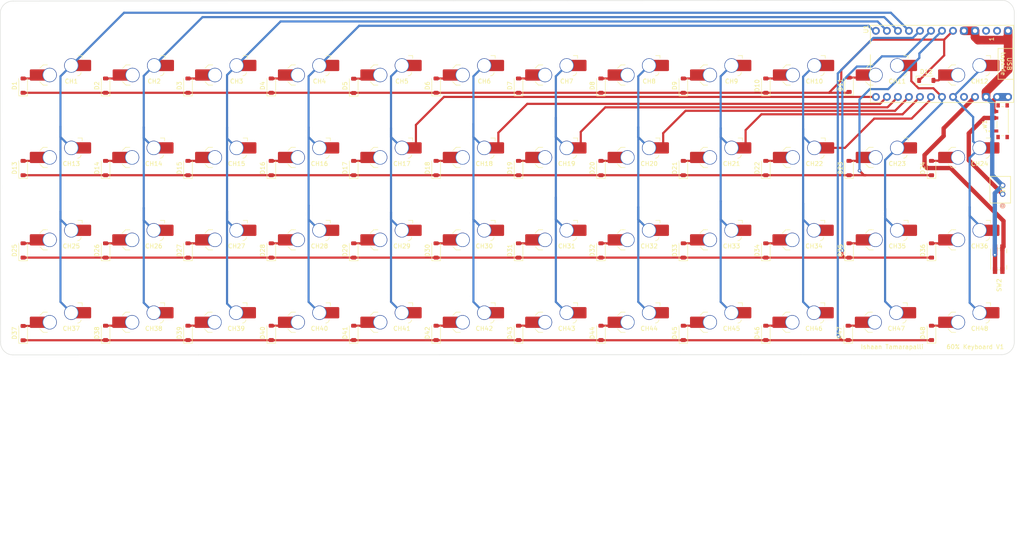
<source format=kicad_pcb>
(kicad_pcb (version 20221018) (generator pcbnew)
  (layers (0 "F.Cu" signal) (31 "B.Cu" signal) (34 "B.Paste" user) (35 "F.Paste" user) (36 "B.SilkS" user "B.Silkscreen") (37 "F.SilkS" user "F.Silkscreen") (38 "B.Mask" user) (39 "F.Mask" user) (44 "Edge.Cuts" user))
  (net 0 "")
  (net 4 "Net-(D1-A)")
  (net 5 "Net-(D2-A)")
  (net 6 "Net-(D3-A)")
  (net 7 "Net-(D4-A)")
  (net 8 "Net-(D5-A)")
  (net 9 "Net-(D6-A)")
  (net 10 "Net-(D7-A)")
  (net 11 "Net-(D8-A)")
  (net 12 "Net-(D9-A)")
  (net 13 "Net-(D10-A)")
  (net 14 "Net-(D11-A)")
  (net 15 "Net-(D12-A)")
  (net 16 "Net-(D13-A)")
  (net 17 "Net-(D14-A)")
  (net 18 "Net-(D15-A)")
  (net 19 "Net-(D16-A)")
  (net 20 "Net-(D17-A)")
  (net 21 "Net-(D18-A)")
  (net 22 "Net-(D19-A)")
  (net 23 "Net-(D20-A)")
  (net 24 "Net-(D21-A)")
  (net 25 "Net-(D22-A)")
  (net 26 "Net-(D23-A)")
  (net 27 "Net-(D24-A)")
  (net 28 "Net-(D25-A)")
  (net 29 "Net-(D26-A)")
  (net 30 "Net-(D27-A)")
  (net 31 "Net-(D28-A)")
  (net 32 "Net-(D29-A)")
  (net 33 "Net-(D30-A)")
  (net 34 "Net-(D31-A)")
  (net 35 "Net-(D32-A)")
  (net 36 "Net-(D33-A)")
  (net 37 "Net-(D34-A)")
  (net 38 "Net-(D35-A)")
  (net 39 "Net-(D36-A)")
  (net 40 "Net-(D37-A)")
  (net 41 "Net-(D38-A)")
  (net 42 "Net-(D39-A)")
  (net 43 "Net-(D40-A)")
  (net 44 "Net-(D41-A)")
  (net 45 "Net-(D42-A)")
  (net 46 "Net-(D43-A)")
  (net 47 "Net-(D44-A)")
  (net 48 "Net-(D45-A)")
  (net 49 "Net-(D46-A)")
  (net 50 "Net-(D47-A)")
  (net 51 "Net-(D48-A)")
  (net 52 "row1")
  (net 53 "row2")
  (net 54 "row3")
  (net 55 "col1")
  (net 56 "col2")
  (net 57 "col3")
  (net 58 "col4")
  (net 59 "col5")
  (net 60 "col6")
  (net 61 "col7")
  (net 62 "col8")
  (net 63 "col9")
  (net 64 "col10")
  (net 65 "col11")
  (net 66 "col12")
  (net 67 "row4")
  (net 68 "GND")
  (net 69 "RST")
  (net 70 "BAT+")
  (net 71 "RAW")
  (footprint "Diode_SMD:D_SOD-123" (layer "F.Cu") (at 119 128.4 90)
    (fp_text reference "D40")
    (fp_text value "D")
  )
  (footprint "PCM_marbastlib-choc:SW_choc_v1_HS_1u" (layer "F.Cu") (at 277.3 63)
    (fp_text reference "CH12")
    (fp_text value "choc_SW_solder" hide)
  )
  (footprint "PCM_marbastlib-choc:SW_choc_v1_HS_1u" (layer "F.Cu") (at 258.1 120)
    (fp_text reference "CH47")
    (fp_text value "choc_SW_solder" hide)
  )
  (footprint "PCM_marbastlib-choc:SW_choc_v1_HS_1u" (layer "F.Cu") (at 220.1 63)
    (fp_text reference "CH9")
    (fp_text value "choc_SW_solder" hide)
  )
  (footprint "Diode_SMD:D_SOD-123" (layer "F.Cu") (at 214 71.4 90)
    (fp_text reference "D9")
    (fp_text value "D")
  )
  (footprint "Diode_SMD:D_SOD-123" (layer "F.Cu") (at 61.8 109.4 90)
    (fp_text reference "D25")
    (fp_text value "D")
  )
  (footprint "Diode_SMD:D_SOD-123" (layer "F.Cu") (at 99.8 128.4 90)
    (fp_text reference "D39")
    (fp_text value "D")
  )
  (footprint "PCM_marbastlib-choc:SW_choc_v1_HS_1u" (layer "F.Cu") (at 201.1 101)
    (fp_text reference "CH32")
    (fp_text value "choc_SW_solder" hide)
  )
  (footprint "PCM_marbastlib-choc:SW_choc_v1_HS_1u" (layer "F.Cu") (at 220.1 101)
    (fp_text reference "CH33")
    (fp_text value "choc_SW_solder" hide)
  )
  (footprint "Diode_SMD:D_SOD-123" (layer "F.Cu") (at 119 109.4 90)
    (fp_text reference "D28")
    (fp_text value "D")
  )
  (footprint "PCM_marbastlib-choc:SW_choc_v1_HS_1u" (layer "F.Cu") (at 201.1 82)
    (fp_text reference "CH20")
    (fp_text value "choc_SW_solder" hide)
  )
  (footprint "Diode_SMD:D_SOD-123" (layer "F.Cu") (at 157 90.4 90)
    (fp_text reference "D18")
    (fp_text value "D")
  )
  (footprint "Diode_SMD:D_SOD-123" (layer "F.Cu") (at 80.8 71.4 90)
    (fp_text reference "D2")
    (fp_text value "D")
  )
  (footprint "Diode_SMD:D_SOD-123" (layer "F.Cu") (at 80.8 109.4 90)
    (fp_text reference "D26")
    (fp_text value "D")
  )
  (footprint "PCM_marbastlib-choc:SW_choc_v1_HS_1u" (layer "F.Cu") (at 239.2 63)
    (fp_text reference "CH10")
    (fp_text value "choc_SW_solder" hide)
  )
  (footprint "Button_Switch_SMD:Panasonic_EVQPUJ_EVQPUA" (layer "F.Cu") (at 286.700001 111.4 -90)
    (fp_text reference "SW2")
    (fp_text value "SW_Push")
  )
  (footprint "Diode_SMD:D_SOD-123" (layer "F.Cu") (at 119 90.4 90)
    (fp_text reference "D16")
    (fp_text value "D")
  )
  (footprint "PCM_marbastlib-choc:SW_choc_v1_HS_1u" (layer "F.Cu") (at 125.1 63)
    (fp_text reference "CH4")
    (fp_text value "choc_SW_solder" hide)
  )
  (footprint "Diode_SMD:D_SOD-123" (layer "F.Cu") (at 138 128.4 90)
    (fp_text reference "D41")
    (fp_text value "D")
  )
  (footprint "PCM_marbastlib-choc:SW_choc_v1_HS_1u" (layer "F.Cu") (at 220.1 82)
    (fp_text reference "CH21")
    (fp_text value "choc_SW_solder" hide)
  )
  (footprint "keyswitches.pretty-master:CONN2_B2B-PH-K-S_JST" (layer "F.Cu") (at 287.6 96.400001 -90)
    (fp_text reference "J1")
    (fp_text value "Conn_01x02_Socket")
  )
  (footprint "PCM_marbastlib-choc:SW_choc_v1_HS_1u" (layer "F.Cu") (at 182.1 63)
    (fp_text reference "CH7")
    (fp_text value "choc_SW_solder" hide)
  )
  (footprint "Diode_SMD:D_SOD-123" (layer "F.Cu") (at 195 90.4 90)
    (fp_text reference "D20")
    (fp_text value "D")
  )
  (footprint "PCM_marbastlib-choc:SW_choc_v1_HS_1u" (layer "F.Cu") (at 163.1 63)
    (fp_text reference "CH6")
    (fp_text value "choc_SW_solder" hide)
  )
  (footprint "Diode_SMD:D_SOD-123" (layer "F.Cu") (at 61.8 128.45 90)
    (fp_text reference "D37")
    (fp_text value "D")
  )
  (footprint "Diode_SMD:D_SOD-123" (layer "F.Cu") (at 157 109.4 90)
    (fp_text reference "D30")
    (fp_text value "D")
  )
  (footprint "Diode_SMD:D_SOD-123" (layer "F.Cu") (at 233 90.4 90)
    (fp_text reference "D22")
    (fp_text value "D")
  )
  (footprint "Diode_SMD:D_SOD-123" (layer "F.Cu") (at 252.2 109.4 90)
    (fp_text reference "D35")
    (fp_text value "D")
  )
  (footprint "Diode_SMD:D_SOD-123" (layer "F.Cu") (at 214 128.4 90)
    (fp_text reference "D45")
    (fp_text value "D")
  )
  (footprint "PCM_marbastlib-choc:SW_choc_v1_HS_1u" (layer "F.Cu") (at 86.9 120)
    (fp_text reference "CH38")
    (fp_text value "choc_SW_solder" hide)
  )
  (footprint "Diode_SMD:D_SOD-123" (layer "F.Cu") (at 233 128.4 90)
    (fp_text reference "D46")
    (fp_text value "D")
  )
  (footprint "PCM_marbastlib-choc:SW_choc_v1_HS_1u" (layer "F.Cu") (at 144.1 120)
    (fp_text reference "CH41")
    (fp_text value "choc_SW_solder" hide)
  )
  (footprint "Diode_SMD:D_SOD-123" (layer "F.Cu") (at 61.8 71.4 90)
    (fp_text reference "D1")
    (fp_text value "D")
  )
  (footprint "Diode_SMD:D_SOD-123" (layer "F.Cu") (at 80.8 128.4 90)
    (fp_text reference "D38")
    (fp_text value "D")
  )
  (footprint "Diode_SMD:D_SOD-123" (layer "F.Cu") (at 119 71.4 90)
    (fp_text reference "D4")
    (fp_text value "D")
  )
  (footprint "Diode_SMD:D_SOD-123" (layer "F.Cu") (at 61.8 90.4 90)
    (fp_text reference "D13")
    (fp_text value "D")
  )
  (footprint "PCM_marbastlib-choc:SW_choc_v1_HS_1u" (layer "F.Cu") (at 67.9 63)
    (fp_text reference "CH1")
    (fp_text value "choc_SW_solder" hide)
  )
  (footprint "Diode_SMD:D_SOD-123" (layer "F.Cu") (at 99.8 71.4 90)
    (fp_text reference "D3")
    (fp_text value "D")
  )
  (footprint "Diode_SMD:D_SOD-123" (layer "F.Cu") (at 138 109.4 90)
    (fp_text reference "D29")
    (fp_text value "D")
  )
  (footprint "Diode_SMD:D_SOD-123" (layer "F.Cu") (at 138 71.45 90)
    (fp_text reference "D5")
    (fp_text value "D")
  )
  (footprint "Diode_SMD:D_SOD-123" (layer "F.Cu") (at 252.2 71.2 90)
    (fp_text reference "D11")
    (fp_text value "D")
  )
  (footprint "PCM_marbastlib-choc:SW_choc_v1_HS_1u" (layer "F.Cu") (at 239.1 120)
    (fp_text reference "CH46")
    (fp_text value "choc_SW_solder" hide)
  )
  (footprint "Diode_SMD:D_SOD-123" (layer "F.Cu") (at 157 128.4 90)
    (fp_text reference "D42")
    (fp_text value "D")
  )
  (footprint "PCM_marbastlib-choc:SW_choc_v1_HS_1u" (layer "F.Cu") (at 106 101)
    (fp_text reference "CH27")
    (fp_text value "choc_SW_solder" hide)
  )
  (footprint "Diode_SMD:D_SOD-123" (layer "F.Cu") (at 176 71.4 90)
    (fp_text reference "D7")
    (fp_text value "D")
  )
  (footprint "Diode_SMD:D_SOD-123" (layer "F.Cu") (at 271.2 90.4 90)
    (fp_text reference "D24")
    (fp_text value "D")
  )
  (footprint "PCM_marbastlib-choc:SW_choc_v1_HS_1u" (layer "F.Cu") (at 277.3 120)
    (fp_text reference "CH48")
    (fp_text value "choc_SW_solder" hide)
  )
  (footprint "Diode_SMD:D_SOD-123" (layer "F.Cu") (at 233 71.4 90)
    (fp_text reference "D10")
    (fp_text value "D")
  )
  (footprint "Diode_SMD:D_SOD-123" (layer "F.Cu") (at 252 128.4 90)
    (fp_text reference "D47")
    (fp_text value "D")
  )
  (footprint "PCM_marbastlib-choc:SW_choc_v1_HS_1u" (layer "F.Cu") (at 163.1 101)
    (fp_text reference "CH30")
    (fp_text value "choc_SW_solder" hide)
  )
  (footprint "Diode_SMD:D_SOD-123" (layer "F.Cu") (at 233 109.4 90)
    (fp_text reference "D34")
    (fp_text value "D")
  )
  (footprint "Diode_SMD:D_SOD-123" (layer "F.Cu") (at 176 128.4 90)
    (fp_text reference "D43")
    (fp_text value "D")
  )
  (footprint "ECE_362:nice_nano_AH_USBup" (layer "F.Cu") (at 272.35 66.38 -90)
    (fp_text reference "U1")
    (fp_text value "nice_nano")
  )
  (footprint "Diode_SMD:D_SOD-123" (layer "F.Cu") (at 138 90.4 90)
    (fp_text reference "D17")
    (fp_text value "D")
  )
  (footprint "Diode_SMD:D_SOD-123" (layer "F.Cu") (at 80.8 90.4 90)
    (fp_text reference "D14")
    (fp_text value "D")
  )
  (footprint "Diode_SMD:D_SOD-123" (layer "F.Cu") (at 176 90.4 90)
    (fp_text reference "D19")
    (fp_text value "D")
  )
  (footprint "PCM_marbastlib-choc:SW_choc_v1_HS_1u" (layer "F.Cu") (at 67.9 101)
    (fp_text reference "CH25")
    (fp_text value "choc_SW_solder" hide)
  )
  (footprint "Diode_SMD:D_SOD-123" (layer "F.Cu") (at 99.8 109.4 90)
    (fp_text reference "D27")
    (fp_text value "D")
  )
  (footprint "PCM_marbastlib-choc:SW_choc_v1_HS_1u" (layer "F.Cu") (at 144.1 101)
    (fp_text reference "CH29")
    (fp_text value "choc_SW_solder" hide)
  )
  (footprint "PCM_marbastlib-choc:SW_choc_v1_HS_1u" (layer "F.Cu") (at 239.2 82)
    (fp_text reference "CH22")
    (fp_text value "choc_SW_solder" hide)
  )
  (footprint "PCM_marbastlib-choc:SW_choc_v1_HS_1u" (layer "F.Cu") (at 182.1 120)
    (fp_text reference "CH43")
    (fp_text value "choc_SW_solder" hide)
  )
  (footprint "Diode_SMD:D_SOD-123" (layer "F.Cu") (at 271.2 128.4 90)
    (fp_text reference "D48")
    (fp_text value "D")
  )
  (footprint "PCM_marbastlib-choc:SW_choc_v1_HS_1u" (layer "F.Cu") (at 182.1 101)
    (fp_text reference "CH31")
    (fp_text value "choc_SW_solder" hide)
  )
  (footprint "PCM_marbastlib-choc:SW_choc_v1_HS_1u" (layer "F.Cu") (at 144.1 82)
    (fp_text reference "CH17")
    (fp_text value "choc_SW_solder" hide)
  )
  (footprint "PCM_marbastlib-choc:SW_choc_v1_HS_1u" (layer "F.Cu") (at 277.3 101)
    (fp_text reference "CH36")
    (fp_text value "choc_SW_solder" hide)
  )
  (footprint "PCM_marbastlib-choc:SW_choc_v1_HS_1u" (layer "F.Cu") (at 125.1 82)
    (fp_text reference "CH16")
    (fp_text value "choc_SW_solder" hide)
  )
  (footprint "PCM_marbastlib-choc:SW_choc_v1_HS_1u" (layer "F.Cu") (at 67.9 120)
    (fp_text reference "CH37")
    (fp_text value "choc_SW_solder" hide)
  )
  (footprint "PCM_marbastlib-choc:SW_choc_v1_HS_1u" (layer "F.Cu") (at 67.9 82)
    (fp_text reference "CH13")
    (fp_text value "choc_SW_solder" hide)
  )
  (footprint "Diode_SMD:D_SOD-123" (layer "F.Cu") (at 157 71.4 90)
    (fp_text reference "D6")
    (fp_text value "D")
  )
  (footprint "PCM_marbastlib-choc:SW_choc_v1_HS_1u" (layer "F.Cu") (at 163.1 120)
    (fp_text reference "CH42")
    (fp_text value "choc_SW_solder" hide)
  )
  (footprint "PCM_marbastlib-choc:SW_choc_v1_HS_1u" (layer "F.Cu") (at 163.1 82)
    (fp_text reference "CH18")
    (fp_text value "choc_SW_solder" hide)
  )
  (footprint "Diode_SMD:D_SOD-123" (layer "F.Cu") (at 99.8 90.4 90)
    (fp_text reference "D15")
    (fp_text value "D")
  )
  (footprint "PCM_marbastlib-choc:SW_choc_v1_HS_1u" (layer "F.Cu") (at 105.9 120)
    (fp_text reference "CH39")
    (fp_text value "choc_SW_solder" hide)
  )
  (footprint "PCM_marbastlib-choc:SW_choc_v1_HS_1u" (layer "F.Cu") (at 201.1 120)
    (fp_text reference "CH44")
    (fp_text value "choc_SW_solder" hide)
  )
  (footprint "Diode_SMD:D_SOD-123" (layer "F.Cu") (at 214 109.4 90)
    (fp_text reference "D33")
    (fp_text value "D")
  )
  (footprint "Diode_SMD:D_SOD-123" (layer "F.Cu") (at 270 70.2)
    (fp_text reference "D12")
    (fp_text value "D")
  )
  (footprint "PCM_marbastlib-choc:SW_choc_v1_HS_1u" (layer "F.Cu") (at 106 63)
    (fp_text reference "CH3")
    (fp_text value "choc_SW_solder" hide)
  )
  (footprint "PCM_marbastlib-choc:SW_choc_v1_HS_1u" (layer "F.Cu") (at 125.1 101)
    (fp_text reference "CH28")
    (fp_text value "choc_SW_solder" hide)
  )
  (footprint "keyswitches.pretty-master:SW_EG1215AA" (layer "F.Cu") (at 287.6 79.6 90)
    (fp_text reference "SW1")
    (fp_text value "SW_SPDT")
  )
  (footprint "Diode_SMD:D_SOD-123" (layer "F.Cu") (at 214 90.4 90)
    (fp_text reference "D21")
    (fp_text value "D")
  )
  (footprint "PCM_marbastlib-choc:SW_choc_v1_HS_1u" (layer "F.Cu") (at 201.1 63)
    (fp_text reference "CH8")
    (fp_text value "choc_SW_solder" hide)
  )
  (footprint "PCM_marbastlib-choc:SW_choc_v1_HS_1u" (layer "F.Cu") (at 258.3 82)
    (fp_text reference "CH23")
    (fp_text value "choc_SW_solder" hide)
  )
  (footprint "PCM_marbastlib-choc:SW_choc_v1_HS_1u" (layer "F.Cu") (at 86.9 82)
    (fp_text reference "CH14")
    (fp_text value "choc_SW_solder" hide)
  )
  (footprint "PCM_marbastlib-choc:SW_choc_v1_HS_1u" (layer "F.Cu") (at 106 82)
    (fp_text reference "CH15")
    (fp_text value "choc_SW_solder" hide)
  )
  (footprint "PCM_marbastlib-choc:SW_choc_v1_HS_1u" (layer "F.Cu") (at 220.1 120)
    (fp_text reference "CH45")
    (fp_text value "choc_SW_solder" hide)
  )
  (footprint "PCM_marbastlib-choc:SW_choc_v1_HS_1u" (layer "F.Cu") (at 144.1 63)
    (fp_text reference "CH5")
    (fp_text value "choc_SW_solder" hide)
  )
  (footprint "Diode_SMD:D_SOD-123" (layer "F.Cu") (at 195 71.4 90)
    (fp_text reference "D8")
    (fp_text value "D")
  )
  (footprint "PCM_marbastlib-choc:SW_choc_v1_HS_1u" (layer "F.Cu") (at 258.3 101)
    (fp_text reference "CH35")
    (fp_text value "choc_SW_solder" hide)
  )
  (footprint "Diode_SMD:D_SOD-123" (layer "F.Cu") (at 176 109.4 90)
    (fp_text reference "D31")
    (fp_text value "D")
  )
  (footprint "PCM_marbastlib-choc:SW_choc_v1_HS_1u" (layer "F.Cu") (at 125.1 120)
    (fp_text reference "CH40")
    (fp_text value "choc_SW_solder" hide)
  )
  (footprint "PCM_marbastlib-choc:SW_choc_v1_HS_1u" (layer "F.Cu") (at 277.3 82)
    (fp_text reference "CH24")
    (fp_text value "choc_SW_solder" hide)
  )
  (footprint "PCM_marbastlib-choc:SW_choc_v1_HS_1u" (layer "F.Cu") (at 86.9 101)
    (fp_text reference "CH26")
    (fp_text value "choc_SW_solder" hide)
  )
  (footprint "PCM_marbastlib-choc:SW_choc_v1_HS_1u" (layer "F.Cu") (at 87 63)
    (fp_text reference "CH2")
    (fp_text value "choc_SW_solder" hide)
  )
  (footprint "Diode_SMD:D_SOD-123" (layer "F.Cu") (at 252.2 90.4 90)
    (fp_text reference "D23")
    (fp_text value "D")
  )
  (footprint "PCM_marbastlib-choc:SW_choc_v1_HS_1u" (layer "F.Cu") (at 239.1 101)
    (fp_text reference "CH34")
    (fp_text value "choc_SW_solder" hide)
  )
  (footprint "PCM_marbastlib-choc:SW_choc_v1_HS_1u" (layer "F.Cu") (at 258.3 63)
    (fp_text reference "CH11")
    (fp_text value "choc_SW_solder" hide)
  )
  (footprint "Diode_SMD:D_SOD-123" (layer "F.Cu") (at 271.2 109.4 90)
    (fp_text reference "D36")
    (fp_text value "D")
  )
  (footprint "PCM_marbastlib-choc:SW_choc_v1_HS_1u" (layer "F.Cu") (at 182.1 82)
    (fp_text reference "CH19")
    (fp_text value "choc_SW_solder" hide)
  )
  (footprint "Diode_SMD:D_SOD-123" (layer "F.Cu") (at 195 109.4 90)
    (fp_text reference "D32")
    (fp_text value "D")
  )
  (footprint "Diode_SMD:D_SOD-123" (layer "F.Cu") (at 195 128.4 90)
    (fp_text reference "D44")
    (fp_text value "D")
  )
  (gr_arc (start 59.475909 133.478245) (mid 57.400001 132.600001) (end 56.584685 130.49858) (stroke (width 0.1)) (layer "Edge.Cuts"))
  (gr_line (start 59.475909 133.478245) (end 287.29858 133.415315) (stroke (width 0.1)) (layer "Edge.Cuts"))
  (gr_arc (start 287.4 51.707464) (mid 289.475908 52.585708) (end 290.291225 54.687129) (stroke (width 0.1)) (layer "Edge.Cuts"))
  (gr_line (start 290.278245 130.524091) (end 290.291225 54.687129) (stroke (width 0.1)) (layer "Edge.Cuts"))
  (gr_line (start 287.4 51.707464) (end 59.487129 51.908775) (stroke (width 0.1)) (layer "Edge.Cuts"))
  (gr_arc (start 290.278245 130.524091) (mid 289.400001 132.599999) (end 287.29858 133.415315) (stroke (width 0.1)) (layer "Edge.Cuts"))
  (gr_arc (start 56.507464 54.8) (mid 57.385708 52.724092) (end 59.487129 51.908775) (stroke (width 0.1)) (layer "Edge.Cuts"))
  (gr_line (start 56.507464 54.8) (end 56.584685 130.49858) (stroke (width 0.1)) (layer "Edge.Cuts"))
  (gr_text "Ishaan Tamarapalli       60% Keyboard V1" (at 254.8 132.2) (layer "F.SilkS") (effects (font (size 1 1)) (justify left bottom)))
  (segment (start 61.8 69.75) (end 63.855 69.75) (width 0.5) (layer "F.Cu") (net 4))
  (segment (start 63.855 69.75) (end 64.655 68.95) (width 0.5) (layer "F.Cu") (net 4))
  (segment (start 80.8 69.75) (end 82.955 69.75) (width 0.5) (layer "F.Cu") (net 5))
  (segment (start 82.955 69.75) (end 83.755 68.95) (width 0.5) (layer "F.Cu") (net 5))
  (segment (start 101.955 69.75) (end 102.755 68.95) (width 0.5) (layer "F.Cu") (net 6))
  (segment (start 99.8 69.75) (end 101.955 69.75) (width 0.5) (layer "F.Cu") (net 6))
  (segment (start 119 69.75) (end 121.055 69.75) (width 0.5) (layer "F.Cu") (net 7))
  (segment (start 121.055 69.75) (end 121.855 68.95) (width 0.5) (layer "F.Cu") (net 7))
  (segment (start 138 69.8) (end 140.005 69.8) (width 0.5) (layer "F.Cu") (net 8))
  (segment (start 140.005 69.8) (end 140.855 68.95) (width 0.5) (layer "F.Cu") (net 8))
  (segment (start 159.055 69.75) (end 159.855 68.95) (width 0.5) (layer "F.Cu") (net 9))
  (segment (start 157 69.75) (end 159.055 69.75) (width 0.5) (layer "F.Cu") (net 9))
  (segment (start 176 69.75) (end 178.055 69.75) (width 0.5) (layer "F.Cu") (net 10))
  (segment (start 178.055 69.75) (end 178.855 68.95) (width 0.5) (layer "F.Cu") (net 10))
  (segment (start 195 69.75) (end 197.055 69.75) (width 0.5) (layer "F.Cu") (net 11))
  (segment (start 197.055 69.75) (end 197.855 68.95) (width 0.5) (layer "F.Cu") (net 11))
  (segment (start 214 69.75) (end 216.055 69.75) (width 0.5) (layer "F.Cu") (net 12))
  (segment (start 216.055 69.75) (end 216.855 68.95) (width 0.5) (layer "F.Cu") (net 12))
  (segment (start 233 69.75) (end 235.155 69.75) (width 0.5) (layer "F.Cu") (net 13))
  (segment (start 235.155 69.75) (end 235.955 68.95) (width 0.5) (layer "F.Cu") (net 13))
  (segment (start 252.2 69.55) (end 254.455 69.55) (width 0.5) (layer "F.Cu") (net 14))
  (segment (start 254.455 69.55) (end 255.055 68.95) (width 0.5) (layer "F.Cu") (net 14))
  (segment (start 272.805 70.2) (end 274.055 68.95) (width 0.5) (layer "F.Cu") (net 15))
  (segment (start 271.65 70.2) (end 272.805 70.2) (width 0.5) (layer "F.Cu") (net 15))
  (segment (start 61.8 88.75) (end 63.855 88.75) (width 0.5) (layer "F.Cu") (net 16))
  (segment (start 63.855 88.75) (end 64.655 87.95) (width 0.5) (layer "F.Cu") (net 16))
  (segment (start 82.855 88.75) (end 83.655 87.95) (width 0.5) (layer "F.Cu") (net 17))
  (segment (start 80.8 88.75) (end 82.855 88.75) (width 0.5) (layer "F.Cu") (net 17))
  (segment (start 99.8 88.75) (end 101.955 88.75) (width 0.5) (layer "F.Cu") (net 18))
  (segment (start 101.955 88.75) (end 102.755 87.95) (width 0.5) (layer "F.Cu") (net 18))
  (segment (start 121.055 88.75) (end 121.855 87.95) (width 0.5) (layer "F.Cu") (net 19))
  (segment (start 119 88.75) (end 121.055 88.75) (width 0.5) (layer "F.Cu") (net 19))
  (segment (start 140.055 88.75) (end 140.855 87.95) (width 0.5) (layer "F.Cu") (net 20))
  (segment (start 138 88.75) (end 140.055 88.75) (width 0.5) (layer "F.Cu") (net 20))
  (segment (start 159.055 88.75) (end 159.855 87.95) (width 0.5) (layer "F.Cu") (net 21))
  (segment (start 157 88.75) (end 159.055 88.75) (width 0.5) (layer "F.Cu") (net 21))
  (segment (start 176 88.75) (end 178.055 88.75) (width 0.5) (layer "F.Cu") (net 22))
  (segment (start 178.055 88.75) (end 178.855 87.95) (width 0.5) (layer "F.Cu") (net 22))
  (segment (start 195 88.75) (end 197.055 88.75) (width 0.5) (layer "F.Cu") (net 23))
  (segment (start 197.055 88.75) (end 197.855 87.95) (width 0.5) (layer "F.Cu") (net 23))
  (segment (start 214 88.75) (end 216.055 88.75) (width 0.5) (layer "F.Cu") (net 24))
  (segment (start 216.055 88.75) (end 216.855 87.95) (width 0.5) (layer "F.Cu") (net 24))
  (segment (start 233 88.75) (end 235.155 88.75) (width 0.5) (layer "F.Cu") (net 25))
  (segment (start 235.155 88.75) (end 235.955 87.95) (width 0.5) (layer "F.Cu") (net 25))
  (segment (start 254.255 88.75) (end 255.055 87.95) (width 0.5) (layer "F.Cu") (net 26))
  (segment (start 252.2 88.75) (end 254.255 88.75) (width 0.5) (layer "F.Cu") (net 26))
  (segment (start 271.2 88.75) (end 273.255 88.75) (width 0.5) (layer "F.Cu") (net 27))
  (segment (start 273.255 88.75) (end 274.055 87.95) (width 0.5) (layer "F.Cu") (net 27))
  (segment (start 63.855 107.75) (end 64.655 106.95) (width 0.5) (layer "F.Cu") (net 28))
  (segment (start 61.8 107.75) (end 63.855 107.75) (width 0.5) (layer "F.Cu") (net 28))
  (segment (start 82.855 107.75) (end 83.655 106.95) (width 0.5) (layer "F.Cu") (net 29))
  (segment (start 80.8 107.75) (end 82.855 107.75) (width 0.5) (layer "F.Cu") (net 29))
  (segment (start 99.8 107.75) (end 101.955 107.75) (width 0.5) (layer "F.Cu") (net 30))
  (segment (start 101.955 107.75) (end 102.755 106.95) (width 0.5) (layer "F.Cu") (net 30))
  (segment (start 119 107.75) (end 121.055 107.75) (width 0.5) (layer "F.Cu") (net 31))
  (segment (start 121.055 107.75) (end 121.855 106.95) (width 0.5) (layer "F.Cu") (net 31))
  (segment (start 138 107.75) (end 140.055 107.75) (width 0.5) (layer "F.Cu") (net 32))
  (segment (start 140.055 107.75) (end 140.855 106.95) (width 0.5) (layer "F.Cu") (net 32))
  (segment (start 157 107.75) (end 159.055 107.75) (width 0.5) (layer "F.Cu") (net 33))
  (segment (start 159.055 107.75) (end 159.855 106.95) (width 0.5) (layer "F.Cu") (net 33))
  (segment (start 178.055 107.75) (end 178.855 106.95) (width 0.5) (layer "F.Cu") (net 34))
  (segment (start 176 107.75) (end 178.055 107.75) (width 0.5) (layer "F.Cu") (net 34))
  (segment (start 195 107.75) (end 197.055 107.75) (width 0.5) (layer "F.Cu") (net 35))
  (segment (start 197.055 107.75) (end 197.855 106.95) (width 0.5) (layer "F.Cu") (net 35))
  (segment (start 214 107.75) (end 216.055 107.75) (width 0.5) (layer "F.Cu") (net 36))
  (segment (start 216.055 107.75) (end 216.855 106.95) (width 0.5) (layer "F.Cu") (net 36))
  (segment (start 235.055 107.75) (end 235.855 106.95) (width 0.5) (layer "F.Cu") (net 37))
  (segment (start 233 107.75) (end 235.055 107.75) (width 0.5) (layer "F.Cu") (net 37))
  (segment (start 252.2 107.75) (end 254.255 107.75) (width 0.5) (layer "F.Cu") (net 38))
  (segment (start 254.255 107.75) (end 255.055 106.95) (width 0.5) (layer "F.Cu") (net 38))
  (segment (start 271.2 107.75) (end 273.255 107.75) (width 0.5) (layer "F.Cu") (net 39))
  (segment (start 273.255 107.75) (end 274.055 106.95) (width 0.5) (layer "F.Cu") (net 39))
  (segment (start 63.805 126.8) (end 64.655 125.95) (width 0.5) (layer "F.Cu") (net 40))
  (segment (start 61.8 126.8) (end 63.805 126.8) (width 0.5) (layer "F.Cu") (net 40))
  (segment (start 80.8 126.75) (end 82.855 126.75) (width 0.5) (layer "F.Cu") (net 41))
  (segment (start 82.855 126.75) (end 83.655 125.95) (width 0.5) (layer "F.Cu") (net 41))
  (segment (start 99.8 126.75) (end 101.855 126.75) (width 0.5) (layer "F.Cu") (net 42))
  (segment (start 101.855 126.75) (end 102.655 125.95) (width 0.5) (layer "F.Cu") (net 42))
  (segment (start 119 126.75) (end 121.055 126.75) (width 0.5) (layer "F.Cu") (net 43))
  (segment (start 121.055 126.75) (end 121.855 125.95) (width 0.5) (layer "F.Cu") (net 43))
  (segment (start 140.055 126.75) (end 140.855 125.95) (width 0.5) (layer "F.Cu") (net 44))
  (segment (start 138 126.75) (end 140.055 126.75) (width 0.5) (layer "F.Cu") (net 44))
  (segment (start 157 126.75) (end 159.055 126.75) (width 0.5) (layer "F.Cu") (net 45))
  (segment (start 159.055 126.75) (end 159.855 125.95) (width 0.5) (layer "F.Cu") (net 45))
  (segment (start 176 126.75) (end 178.055 126.75) (width 0.5) (layer "F.Cu") (net 46))
  (segment (start 178.055 126.75) (end 178.855 125.95) (width 0.5) (layer "F.Cu") (net 46))
  (segment (start 195 126.75) (end 197.055 126.75) (width 0.5) (layer "F.Cu") (net 47))
  (segment (start 197.055 126.75) (end 197.855 125.95) (width 0.5) (layer "F.Cu") (net 47))
  (segment (start 216.055 126.75) (end 216.855 125.95) (width 0.5) (layer "F.Cu") (net 48))
  (segment (start 214 126.75) (end 216.055 126.75) (width 0.5) (layer "F.Cu") (net 48))
  (segment (start 235.055 126.75) (end 235.855 125.95) (width 0.5) (layer "F.Cu") (net 49))
  (segment (start 233 126.75) (end 235.055 126.75) (width 0.5) (layer "F.Cu") (net 49))
  (segment (start 254.055 126.75) (end 254.855 125.95) (width 0.5) (layer "F.Cu") (net 50))
  (segment (start 252 126.75) (end 254.055 126.75) (width 0.5) (layer "F.Cu") (net 50))
  (segment (start 273.255 126.75) (end 274.055 125.95) (width 0.5) (layer "F.Cu") (net 51))
  (segment (start 271.2 126.75) (end 273.255 126.75) (width 0.5) (layer "F.Cu") (net 51))
  (segment (start 61.8 73.05) (end 99.8 73.05) (width 0.5) (layer "F.Cu") (net 52))
  (segment (start 247.6 73.05) (end 247.6 73) (width 0.5) (layer "F.Cu") (net 52))
  (segment (start 250.4 70.2) (end 250.4 67.78873) (width 0.5) (layer "F.Cu") (net 52))
  (segment (start 247.6 73.05) (end 252 73.05) (width 0.5) (layer "F.Cu") (net 52))
  (segment (start 257.38873 60.8) (end 274.12 60.8) (width 0.5) (layer "F.Cu") (net 52))
  (segment (start 250.4 67.78873) (end 257.38873 60.8) (width 0.5) (layer "F.Cu") (net 52))
  (segment (start 274.12 60.8) (end 276.16 58.76) (width 0.5) (layer "F.Cu") (net 52))
  (segment (start 274.12 60.8) (end 274.12 64.43) (width 0.5) (layer "F.Cu") (net 52))
  (segment (start 247.6 73) (end 250.4 70.2) (width 0.5) (layer "F.Cu") (net 52))
  (segment (start 252 73.05) (end 252.2 72.85) (width 0.5) (layer "F.Cu") (net 52))
  (segment (start 99.8 73.05) (end 247.6 73.05) (width 0.5) (layer "F.Cu") (net 52))
  (segment (start 274.12 64.43) (end 268.35 70.2) (width 0.5) (layer "F.Cu") (net 52))
  (segment (start 255.65 92.05) (end 256 92.05) (width 0.5) (layer "F.Cu") (net 53))
  (segment (start 61.8 92.05) (end 256 92.05) (width 0.5) (layer "F.Cu") (net 53))
  (segment (start 254.6 91) (end 255.65 92.05) (width 0.5) (layer "F.Cu") (net 53))
  (segment (start 256 92.05) (end 271.2 92.05) (width 0.5) (layer "F.Cu") (net 53))
  (via (at 254.6 91) (size 0.8) (drill 0.4) (layers "F.Cu" "B.Cu") (net 53))
  (segment (start 261.2 72.2) (end 257 72.2) (width 0.5) (layer "B.Cu") (net 53))
  (segment (start 257 72.2) (end 254.6 74.6) (width 0.5) (layer "B.Cu") (net 53))
  (segment (start 268.4 63.98) (end 268.4 65) (width 0.5) (layer "B.Cu") (net 53))
  (segment (start 254.6 74.6) (end 254.6 91) (width 0.5) (layer "B.Cu") (net 53))
  (segment (start 268.4 65) (end 261.2 72.2) (width 0.5) (layer "B.Cu") (net 53))
  (segment (start 273.62 58.76) (end 268.4 63.98) (width 0.5) (layer "B.Cu") (net 53))
  (segment (start 61.8 111.05) (end 251.2 111.05) (width 0.5) (layer "F.Cu") (net 54))
  (segment (start 251.2 111.05) (end 271.2 111.05) (width 0.5) (layer "F.Cu") (net 54))
  (segment (start 250.6495 109.4) (end 250.6495 110.4995) (width 0.5) (layer "F.Cu") (net 54))
  (segment (start 250.6495 110.4995) (end 251.2 111.05) (width 0.5) (layer "F.Cu") (net 54))
  (via (at 250.6495 109.4) (size 0.8) (drill 0.4) (layers "F.Cu" "B.Cu") (net 54))
  (segment (start 259.76127 64.65) (end 257.42193 66.98934) (width 0.5) (layer "B.Cu") (net 54))
  (segment (start 250.6495 70.3505) (end 250.6495 109.4) (width 0.5) (layer "B.Cu") (net 54))
  (segment (start 257.42193 66.98934) (end 254.01066 66.98934) (width 0.5) (layer "B.Cu") (net 54))
  (segment (start 271.08 58.76) (end 265.19 64.65) (width 0.5) (layer "B.Cu") (net 54))
  (segment (start 265.19 64.65) (end 259.76127 64.65) (width 0.5) (layer "B.Cu") (net 54))
  (segment (start 254.01066 66.98934) (end 250.6495 70.3505) (width 0.5) (layer "B.Cu") (net 54))
  (segment (start 72.9 104.75) (end 70.4 102.25) (width 0.5) (layer "B.Cu") (net 55))
  (segment (start 70.4 102.25) (end 70.4 100.4) (width 0.5) (layer "B.Cu") (net 55))
  (segment (start 85.05 54.6) (end 261.84 54.6) (width 0.5) (layer "B.Cu") (net 55))
  (segment (start 72.9 85.75) (end 70.4 83.25) (width 0.5) (layer "B.Cu") (net 55))
  (segment (start 70.4 69.25) (end 70.4 80.8) (width 0.5) (layer "B.Cu") (net 55))
  (segment (start 70.4 100.4) (end 70.4 121.25) (width 0.5) (layer "B.Cu") (net 55))
  (segment (start 70.4 83.25) (end 70.4 80.8) (width 0.5) (layer "B.Cu") (net 55))
  (segment (start 70.4 80.8) (end 70.4 100.4) (width 0.5) (layer "B.Cu") (net 55))
  (segment (start 261.84 54.6) (end 266 58.76) (width 0.5) (layer "B.Cu") (net 55))
  (segment (start 70.4 121.25) (end 72.9 123.75) (width 0.5) (layer "B.Cu") (net 55))
  (segment (start 72.9 66.75) (end 85.05 54.6) (width 0.5) (layer "B.Cu") (net 55))
  (segment (start 72.9 66.75) (end 70.4 69.25) (width 0.5) (layer "B.Cu") (net 55))
  (segment (start 92 66.75) (end 89.6 69.15) (width 0.5) (layer "B.Cu") (net 56))
  (segment (start 103.15 55.6) (end 260.3 55.6) (width 0.5) (layer "B.Cu") (net 56))
  (segment (start 260.3 55.6) (end 263.46 58.76) (width 0.5) (layer "B.Cu") (net 56))
  (segment (start 89.6 83.45) (end 89.6 81) (width 0.5) (layer "B.Cu") (net 56))
  (segment (start 89.6 121.45) (end 91.9 123.75) (width 0.5) (layer "B.Cu") (net 56))
  (segment (start 89.6 69.15) (end 89.6 81) (width 0.5) (layer "B.Cu") (net 56))
  (segment (start 92 66.75) (end 103.15 55.6) (width 0.5) (layer "B.Cu") (net 56))
  (segment (start 89.6 81) (end 89.6 99.6) (width 0.5) (layer "B.Cu") (net 56))
  (segment (start 91.9 85.75) (end 89.6 83.45) (width 0.5) (layer "B.Cu") (net 56))
  (segment (start 89.6 99.6) (end 89.6 121.45) (width 0.5) (layer "B.Cu") (net 56))
  (segment (start 91.9 104.75) (end 89.6 102.45) (width 0.5) (layer "B.Cu") (net 56))
  (segment (start 89.6 102.45) (end 89.6 99.6) (width 0.5) (layer "B.Cu") (net 56))
  (segment (start 111 66.75) (end 121.15 56.6) (width 0.5) (layer "B.Cu") (net 57))
  (segment (start 111 85.75) (end 108.8 83.55) (width 0.5) (layer "B.Cu") (net 57))
  (segment (start 108.8 81) (end 108.8 100.4) (width 0.5) (layer "B.Cu") (net 57))
  (segment (start 108.8 102.55) (end 108.8 100.4) (width 0.5) (layer "B.Cu") (net 57))
  (segment (start 111 66.75) (end 108.8 68.95) (width 0.5) (layer "B.Cu") (net 57))
  (segment (start 121.15 56.6) (end 258.76 56.6) (width 0.5) (layer "B.Cu") (net 57))
  (segment (start 108.8 100.4) (end 108.8 121.65) (width 0.5) (layer "B.Cu") (net 57))
  (segment (start 258.76 56.6) (end 260.92 58.76) (width 0.5) (layer "B.Cu") (net 57))
  (segment (start 108.8 121.65) (end 110.9 123.75) (width 0.5) (layer "B.Cu") (net 57))
  (segment (start 111 104.75) (end 108.8 102.55) (width 0.5) (layer "B.Cu") (net 57))
  (segment (start 108.8 83.55) (end 108.8 81) (width 0.5) (layer "B.Cu") (net 57))
  (segment (start 108.8 68.95) (end 108.8 81) (width 0.5) (layer "B.Cu") (net 57))
  (segment (start 130.1 85.75) (end 127.6 83.25) (width 0.5) (layer "B.Cu") (net 58))
  (segment (start 139.25 57.6) (end 130.1 66.75) (width 0.5) (layer "B.Cu") (net 58))
  (segment (start 127.6 81) (end 127.6 99) (width 0.5) (layer "B.Cu") (net 58))
  (segment (start 258.38 58.76) (end 257.84 58.76) (width 0.5) (layer "B.Cu") (net 58))
  (segment (start 257.84 58.76) (end 256.68 57.6) (width 0.5) (layer "B.Cu") (net 58))
  (segment (start 127.6 102.25) (end 127.6 99) (width 0.5) (layer "B.Cu") (net 58))
  (segment (start 127.6 99) (end 127.6 121.25) (width 0.5) (layer "B.Cu") (net 58))
  (segment (start 130.1 66.75) (end 127.6 69.25) (width 0.5) (layer "B.Cu") (net 58))
  (segment (start 130.1 104.75) (end 127.6 102.25) (width 0.5) (layer "B.Cu") (net 58))
  (segment (start 127.6 121.25) (end 130.1 123.75) (width 0.5) (layer "B.Cu") (net 58))
  (segment (start 127.6 69.25) (end 127.6 81) (width 0.5) (layer "B.Cu") (net 58))
  (segment (start 256.68 57.6) (end 139.25 57.6) (width 0.5) (layer "B.Cu") (net 58))
  (segment (start 127.6 83.25) (end 127.6 81) (width 0.5) (layer "B.Cu") (net 58))
  (segment (start 158.8 74) (end 152.345 80.455) (width 0.5) (layer "F.Cu") (net 59))
  (segment (start 258.38 74) (end 158.8 74) (width 0.5) (layer "F.Cu") (net 59))
  (segment (start 152.345 80.455) (end 152.345 85.75) (width 0.5) (layer "F.Cu") (net 59))
  (segment (start 149.1 85.75) (end 146.6 83.25) (width 0.5) (layer "B.Cu") (net 59))
  (segment (start 149.1 104.75) (end 146.6 102.25) (width 0.5) (layer "B.Cu") (net 59))
  (segment (start 149.1 66.75) (end 146.6 69.25) (width 0.5) (layer "B.Cu") (net 59))
  (segment (start 146.6 100.6) (end 146.6 121.25) (width 0.5) (layer "B.Cu") (net 59))
  (segment (start 146.6 83.25) (end 146.6 81.2) (width 0.5) (layer "B.Cu") (net 59))
  (segment (start 146.6 69.25) (end 146.6 81.2) (width 0.5) (layer "B.Cu") (net 59))
  (segment (start 146.6 121.25) (end 149.1 123.75) (width 0.5) (layer "B.Cu") (net 59))
  (segment (start 146.6 81.2) (end 146.6 100.6) (width 0.5) (layer "B.Cu") (net 59))
  (segment (start 146.6 102.25) (end 146.6 100.6) (width 0.5) (layer "B.Cu") (net 59))
  (segment (start 171.345 82.255) (end 178 75.6) (width 0.5) (layer "F.Cu") (net 60))
  (segment (start 259.32 75.6) (end 260.92 74) (width 0.5) (layer "F.Cu") (net 60))
  (segment (start 178 75.6) (end 259.32 75.6) (width 0.5) (layer "F.Cu") (net 60))
  (segment (start 171.345 85.75) (end 171.345 82.255) (width 0.5) (layer "F.Cu") (net 60))
  (segment (start 168.1 66.75) (end 165.6 69.25) (width 0.5) (layer "B.Cu") (net 60))
  (segment (start 165.6 121.25) (end 168.1 123.75) (width 0.5) (layer "B.Cu") (net 60))
  (segment (start 165.6 102.25) (end 165.6 100.2) (width 0.5) (layer "B.Cu") (net 60))
  (segment (start 165.6 69.25) (end 165.6 80.2) (width 0.5) (layer "B.Cu") (net 60))
  (segment (start 168.1 85.75) (end 165.6 83.25) (width 0.5) (layer "B.Cu") (net 60))
  (segment (start 165.6 80.2) (end 165.6 100.2) (width 0.5) (layer "B.Cu") (net 60))
  (segment (start 168.1 104.75) (end 165.6 102.25) (width 0.5) (layer "B.Cu") (net 60))
  (segment (start 165.6 100.2) (end 165.6 121.25) (width 0.5) (layer "B.Cu") (net 60))
  (segment (start 165.6 83.25) (end 165.6 80.2) (width 0.5) (layer "B.Cu") (net 60))
  (segment (start 196 76.4) (end 190.345 82.055) (width 0.5) (layer "F.Cu") (net 61))
  (segment (start 263.46 74) (end 261.06 76.4) (width 0.5) (layer "F.Cu") (net 61))
  (segment (start 261.06 76.4) (end 196 76.4) (width 0.5) (layer "F.Cu") (net 61))
  (segment (start 190.345 82.055) (end 190.345 85.75) (width 0.5) (layer "F.Cu") (net 61))
  (segment (start 184.6 121.25) (end 187.1 123.75) (width 0.5) (layer "B.Cu") (net 61))
  (segment (start 187.1 66.75) (end 184.6 69.25) (width 0.5) (layer "B.Cu") (net 61))
  (segment (start 187.1 85.75) (end 184.6 83.25) (width 0.5) (layer "B.Cu") (net 61))
  (segment (start 184.6 78.8) (end 184.6 97.2) (width 0.5) (layer "B.Cu") (net 61))
  (segment (start 184.6 97.2) (end 184.6 121.25) (width 0.5) (layer "B.Cu") (net 61))
  (segment (start 187.1 104.75) (end 184.6 102.25) (width 0.5) (layer "B.Cu") (net 61))
  (segment (start 184.6 69.25) (end 184.6 78.8) (width 0.5) (layer "B.Cu") (net 61))
  (segment (start 184.6 102.25) (end 184.6 97.2) (width 0.5) (layer "B.Cu") (net 61))
  (segment (start 184.6 83.25) (end 184.6 78.8) (width 0.5) (layer "B.Cu") (net 61))
  (segment (start 214.5 77.2) (end 209.345 82.355) (width 0.5) (layer "F.Cu") (net 62))
  (segment (start 209.345 82.355) (end 209.345 85.75) (width 0.5) (layer "F.Cu") (net 62))
  (segment (start 262.8 77.2) (end 214.5 77.2) (width 0.5) (layer "F.Cu") (net 62))
  (segment (start 266 74) (end 262.8 77.2) (width 0.5) (layer "F.Cu") (net 62))
  (segment (start 203.6 83.25) (end 203.6 81) (width 0.5) (layer "B.Cu") (net 62))
  (segment (start 203.6 99.4) (end 203.6 121.25) (width 0.5) (layer "B.Cu") (net 62))
  (segment (start 206.1 66.75) (end 203.6 69.25) (width 0.5) (layer "B.Cu") (net 62))
  (segment (start 203.6 69.25) (end 203.6 81) (width 0.5) (layer "B.Cu") (net 62))
  (segment (start 203.6 121.25) (end 206.1 123.75) (width 0.5) (layer "B.Cu") (net 62))
  (segment (start 203.6 102.25) (end 203.6 99.4) (width 0.5) (layer "B.Cu") (net 62))
  (segment (start 206.1 104.75) (end 203.6 102.25) (width 0.5) (layer "B.Cu") (net 62))
  (segment (start 206.1 85.75) (end 203.6 83.25) (width 0.5) (layer "B.Cu") (net 62))
  (segment (start 203.6 81) (end 203.6 99.4) (width 0.5) (layer "B.Cu") (net 62))
  (segment (start 264.54 78) (end 232 78) (width 0.5) (layer "F.Cu") (net 63))
  (segment (start 228.345 81.655) (end 228.345 85.75) (width 0.5) (layer "F.Cu") (net 63))
  (segment (start 232 78) (end 228.345 81.655) (width 0.5) (layer "F.Cu") (net 63))
  (segment (start 268.54 74) (end 264.54 78) (width 0.5) (layer "F.Cu") (net 63))
  (segment (start 222.6 121.25) (end 225.1 123.75) (width 0.5) (layer "B.Cu") (net 63))
  (segment (start 222.6 81.2) (end 222.6 98) (width 0.5) (layer "B.Cu") (net 63))
  (segment (start 222.6 69.25) (end 222.6 81.2) (width 0.5) (layer "B.Cu") (net 63))
  (segment (start 225.1 66.75) (end 222.6 69.25) (width 0.5) (layer "B.Cu") (net 63))
  (segment (start 222.6 102.25) (end 222.6 98) (width 0.5) (layer "B.Cu") (net 63))
  (segment (start 222.6 83.25) (end 222.6 81.2) (width 0.5) (layer "B.Cu") (net 63))
  (segment (start 222.6 98) (end 222.6 121.25) (width 0.5) (layer "B.Cu") (net 63))
  (segment (start 225.1 85.75) (end 222.6 83.25) (width 0.5) (layer "B.Cu") (net 63))
  (segment (start 225.1 104.75) (end 222.6 102.25) (width 0.5) (layer "B.Cu") (net 63))
  (segment (start 251.25 85.75) (end 247.445 85.75) (width 0.5) (layer "F.Cu") (net 64))
  (segment (start 271.08 74.52) (end 266.6 79) (width 0.5) (layer "F.Cu") (net 64))
  (segment (start 271.08 74) (end 271.08 74.52) (width 0.5) (layer "F.Cu") (net 64))
  (segment (start 266.6 79) (end 258 79) (width 0.5) (layer "F.Cu") (net 64))
  (segment (start 258 79) (end 251.25 85.75) (width 0.5) (layer "F.Cu") (net 64))
  (segment (start 241.6 98.6) (end 241.6 121.25) (width 0.5) (layer "B.Cu") (net 64))
  (segment (start 244.2 85.75) (end 241.6 83.15) (width 0.5) (layer "B.Cu") (net 64))
  (segment (start 241.6 81.4) (end 241.6 98.6) (width 0.5) (layer "B.Cu") (net 64))
  (segment (start 244.1 104.75) (end 241.6 102.25) (width 0.5) (layer "B.Cu") (net 64))
  (segment (start 241.6 102.25) (end 241.6 98.6) (width 0.5) (layer "B.Cu") (net 64))
  (segment (start 241.6 69.35) (end 241.6 81.4) (width 0.5) (layer "B.Cu") (net 64))
  (segment (start 244.2 66.75) (end 241.6 69.35) (width 0.5) (layer "B.Cu") (net 64))
  (segment (start 241.6 83.15) (end 241.6 81.4) (width 0.5) (layer "B.Cu") (net 64))
  (segment (start 241.6 121.25) (end 244.1 123.75) (width 0.5) (layer "B.Cu") (net 64))
  (segment (start 268.2 72) (end 271.62 72) (width 0.5) (layer "F.Cu") (net 65))
  (segment (start 266.545 66.75) (end 266.545 70.345) (width 0.5) (layer "F.Cu") (net 65))
  (segment (start 271.62 72) (end 273.62 74) (width 0.5) (layer "F.Cu") (net 65))
  (segment (start 266.545 70.345) (end 268.2 72) (width 0.5) (layer "F.Cu") (net 65))
  (segment (start 260.5 121.15) (end 260.5 99.8) (width 0.5) (layer "B.Cu") (net 65))
  (segment (start 260.5 101.95) (end 260.5 99.8) (width 0.5) (layer "B.Cu") (net 65))
  (segment (start 260.5 99.8) (end 260.5 88.55) (width 0.5) (layer "B.Cu") (net 65))
  (segment (start 260.5 88.55) (end 263.3 85.75) (width 0.5) (layer "B.Cu") (net 65))
  (segment (start 273.62 75.43) (end 263.3 85.75) (width 0.5) (layer "B.Cu") (net 65))
  (segment (start 273.62 74) (end 273.62 75.43) (width 0.5) (layer "B.Cu") (net 65))
  (segment (start 263.3 104.75) (end 260.5 101.95) (width 0.5) (layer "B.Cu") (net 65))
  (segment (start 263.1 123.75) (end 260.5 121.15) (width 0.5) (layer "B.Cu") (net 65))
  (segment (start 280.8 84.25) (end 282.3 85.75) (width 0.5) (layer "B.Cu") (net 66))
  (segment (start 282.3 67.86) (end 282.3 66.75) (width 0.5) (layer "B.Cu") (net 66))
  (segment (start 280.8 78.64) (end 280.8 84.25) (width 0.5) (layer "B.Cu") (net 66))
  (segment (start 282.3 104.75) (end 282.3 103.7) (width 0.5) (layer "B.Cu") (net 66))
  (segment (start 282.3 123.75) (end 280 121.45) (width 0.5) (layer "B.Cu") (net 66))
  (segment (start 280 101.4) (end 280 99.4) (width 0.5) (layer "B.Cu") (net 66))
  (segment (start 276.16 74) (end 280.8 78.64) (width 0.5) (layer "B.Cu") (net 66))
  (segment (start 282.3 103.7) (end 280 101.4) (width 0.5) (layer "B.Cu") (net 66))
  (segment (start 280 88.05) (end 282.3 85.75) (width 0.5) (layer "B.Cu") (net 66))
  (segment (start 280 121.45) (end 280 99.4) (width 0.5) (layer "B.Cu") (net 66))
  (segment (start 276.16 74) (end 282.3 67.86) (width 0.5) (layer "B.Cu") (net 66))
  (segment (start 280 99.4) (end 280 88.05) (width 0.5) (layer "B.Cu") (net 66))
  (segment (start 250.6 130.1) (end 271.15 130.1) (width 0.5) (layer "F.Cu") (net 67))
  (segment (start 249.8 129.3) (end 250.6 130.1) (width 0.5) (layer "F.Cu") (net 67))
  (segment (start 271.15 130.1) (end 271.2 130.05) (width 0.5) (layer "F.Cu") (net 67))
  (segment (start 61.8 130.1) (end 250.6 130.1) (width 0.5) (layer "F.Cu") (net 67))
  (segment (start 249.8 129.2) (end 249.8 129.3) (width 0.5) (layer "F.Cu") (net 67))
  (via (at 249.8 129.2) (size 0.8) (drill 0.4) (layers "F.Cu" "B.Cu") (net 67))
  (segment (start 249.6 129) (end 249.8 129.2) (width 0.5) (layer "B.Cu") (net 67))
  (segment (start 266.9 60.4) (end 257.78873 60.4) (width 0.5) (layer "B.Cu") (net 67))
  (segment (start 257.78873 60.4) (end 249.6 68.58873) (width 0.5) (layer "B.Cu") (net 67))
  (segment (start 249.6 68.58873) (end 249.6 129) (width 0.5) (layer "B.Cu") (net 67))
  (segment (start 268.54 58.76) (end 266.9 60.4) (width 0.5) (layer "B.Cu") (net 67))
  (segment (start 278.7 58.76) (end 281.24 58.76) (width 2) (layer "F.Cu") (net 68))
  (segment (start 288.1 60.9) (end 288.86 60.14) (width 2) (layer "F.Cu") (net 68))
  (segment (start 281.24 60.209848) (end 281.930152 60.9) (width 2) (layer "F.Cu") (net 68))
  (segment (start 285.850001 108.775) (end 285.850001 110.349999) (width 1) (layer "F.Cu") (net 68))
  (segment (start 281.24 58.76) (end 281.24 60.209848) (width 2) (layer "F.Cu") (net 68))
  (segment (start 288.86 60.14) (end 288.86 67.74) (width 2) (layer "F.Cu") (net 68))
  (segment (start 288.86 60.14) (end 288.86 58.76) (width 2) (layer "F.Cu") (net 68))
  (segment (start 283.78 72.82) (end 283.78 74) (width 2) (layer "F.Cu") (net 68))
  (segment (start 288.86 67.74) (end 283.78 72.82) (width 2) (layer "F.Cu") (net 68))
  (segment (start 285.850001 114.025) (end 285.850001 108.775) (width 1) (layer "F.Cu") (net 68))
  (segment (start 281.930152 60.9) (end 288.1 60.9) (width 2) (layer "F.Cu") (net 68))
  (segment (start 285.850001 110.349999) (end 285.8 110.4) (width 1) (layer "F.Cu") (net 68))
  (via (at 285.8 110.4) (size 0.8) (drill 0.4) (layers "F.Cu" "B.Cu") (net 68))
  (segment (start 285.2 75.42) (end 283.78 74) (width 1) (layer "B.Cu") (net 68))
  (segment (start 285.8 110.4) (end 285.8 96.2) (width 1) (layer "B.Cu") (net 68))
  (segment (start 287.6 94.4) (end 285.2 92) (width 1) (layer "B.Cu") (net 68))
  (segment (start 285.8 96.2) (end 287.6 94.4) (width 1) (layer "B.Cu") (net 68))
  (segment (start 285.2 92) (end 285.2 75.42) (width 1) (layer "B.Cu") (net 68))
  (segment (start 270.2 90.4) (end 269.6 89.8) (width 1) (layer "F.Cu") (net 69))
  (segment (start 287.550001 108.775) (end 287.8 108.525001) (width 1) (layer "F.Cu") (net 69))
  (segment (start 275.6 90.4) (end 270.2 90.4) (width 1) (layer "F.Cu") (net 69))
  (segment (start 287.8 108.525001) (end 287.8 102.6) (width 1) (layer "F.Cu") (net 69))
  (segment (start 287.550001 108.775) (end 287.550001 114.025) (width 1) (layer "F.Cu") (net 69))
  (segment (start 274 83) (end 274 81.24) (width 1) (layer "F.Cu") (net 69))
  (segment (start 269.6 87.4) (end 274 83) (width 1) (layer "F.Cu") (net 69))
  (segment (start 269.6 89.8) (end 269.6 87.4) (width 1) (layer "F.Cu") (net 69))
  (segment (start 274 81.24) (end 281.24 74) (width 1) (layer "F.Cu") (net 69))
  (segment (start 287.8 102.6) (end 275.6 90.4) (width 1) (layer "F.Cu") (net 69))
  (segment (start 285.45 76.95) (end 285.45 74.87) (width 1) (layer "F.Cu") (net 70))
  (segment (start 285.45 74.87) (end 286.32 74) (width 1) (layer "F.Cu") (net 70))
  (segment (start 285.85 77.35) (end 285.45 76.95) (width 1) (layer "F.Cu") (net 70))
  (segment (start 279.8 82.4) (end 279.8 88.600001) (width 1) (layer "F.Cu") (net 71))
  (segment (start 279.8 88.600001) (end 287.6 96.400001) (width 1) (layer "F.Cu") (net 71))
  (segment (start 285.85 78.85) (end 283.35 78.85) (width 1) (layer "F.Cu") (net 71))
  (segment (start 283.35 78.85) (end 279.8 82.4) (width 1) (layer "F.Cu") (net 71))
)
</source>
